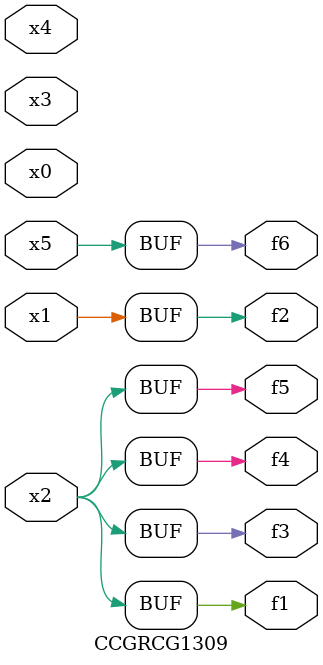
<source format=v>
module CCGRCG1309(
	input x0, x1, x2, x3, x4, x5,
	output f1, f2, f3, f4, f5, f6
);
	assign f1 = x2;
	assign f2 = x1;
	assign f3 = x2;
	assign f4 = x2;
	assign f5 = x2;
	assign f6 = x5;
endmodule

</source>
